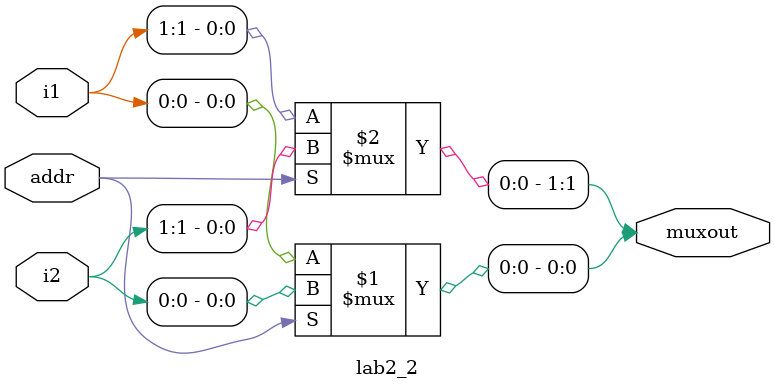
<source format=v>
`timescale 1ns / 1ps
module lab2_2(
    i1, i2, addr, muxout
    );
    input wire [1:0]i1;
    input wire [1:0]i2;
    input wire [0:0]addr;
    output wire [1:0]muxout;
        assign #3 muxout[0]=addr? i2[0]:i1[0];
        assign #3 muxout[1]=addr? i2[1]:i1[1];
endmodule

</source>
